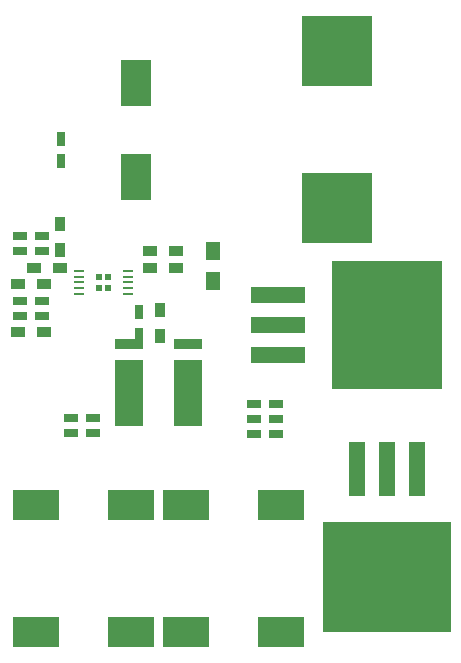
<source format=gbp>
G04 #@! TF.FileFunction,Paste,Top*
%FSLAX46Y46*%
G04 Gerber Fmt 4.6, Leading zero omitted, Abs format (unit mm)*
G04 Created by KiCad (PCBNEW 4.0.6) date Sun Feb 11 00:21:34 2018*
%MOMM*%
%LPD*%
G01*
G04 APERTURE LIST*
%ADD10C,0.100000*%
%ADD11R,6.000000X6.000000*%
%ADD12R,4.000000X2.500000*%
%ADD13R,2.440000X5.600000*%
%ADD14R,2.440000X0.890000*%
%ADD15R,2.500000X4.000000*%
%ADD16R,1.200000X0.750000*%
%ADD17R,0.750000X1.200000*%
%ADD18R,1.250000X1.500000*%
%ADD19R,1.390000X4.600000*%
%ADD20R,10.800000X9.400000*%
%ADD21R,4.600000X1.390000*%
%ADD22R,9.400000X10.800000*%
%ADD23R,1.200000X0.900000*%
%ADD24R,0.900000X1.200000*%
%ADD25R,0.890000X0.270000*%
%ADD26R,0.504000X0.564000*%
G04 APERTURE END LIST*
D10*
D11*
X80518000Y-33944000D03*
X80518000Y-47244000D03*
D12*
X55055000Y-83185000D03*
X63055000Y-83185000D03*
D13*
X62925000Y-62932000D03*
X67885000Y-62932000D03*
D14*
X62925000Y-58797000D03*
X67885000Y-58797000D03*
D15*
X63500000Y-36640000D03*
X63500000Y-44640000D03*
D12*
X75755000Y-83185000D03*
X67755000Y-83185000D03*
X55055000Y-72390000D03*
X63055000Y-72390000D03*
X75755000Y-72390000D03*
X67755000Y-72390000D03*
D16*
X55560000Y-56388000D03*
X53660000Y-56388000D03*
D17*
X63754000Y-56085000D03*
X63754000Y-57985000D03*
D16*
X55560000Y-50927000D03*
X53660000Y-50927000D03*
D18*
X69977000Y-53427000D03*
X69977000Y-50927000D03*
D16*
X55560000Y-49657000D03*
X53660000Y-49657000D03*
X55560000Y-55118000D03*
X53660000Y-55118000D03*
X57978000Y-65024000D03*
X59878000Y-65024000D03*
X75372000Y-63881000D03*
X73472000Y-63881000D03*
X57978000Y-66294000D03*
X59878000Y-66294000D03*
X75372000Y-65151000D03*
X73472000Y-65151000D03*
X75372000Y-66421000D03*
X73472000Y-66421000D03*
D17*
X57150000Y-41402000D03*
X57150000Y-43302000D03*
D19*
X84709000Y-69326000D03*
D20*
X84709000Y-78486000D03*
D19*
X82169000Y-69326000D03*
X87249000Y-69326000D03*
D21*
X75549000Y-57150000D03*
D22*
X84709000Y-57150000D03*
D21*
X75549000Y-59690000D03*
X75549000Y-54610000D03*
D23*
X64643000Y-52324000D03*
X66843000Y-52324000D03*
X66843000Y-50927000D03*
X64643000Y-50927000D03*
X54823000Y-52324000D03*
X57023000Y-52324000D03*
D24*
X65532000Y-58111000D03*
X65532000Y-55911000D03*
D23*
X55710000Y-57785000D03*
X53510000Y-57785000D03*
X55710000Y-53721000D03*
X53510000Y-53721000D03*
D24*
X57023000Y-50800000D03*
X57023000Y-48600000D03*
D25*
X58640000Y-52556000D03*
X58640000Y-53056000D03*
X58640000Y-53556000D03*
X58640000Y-54056000D03*
X58640000Y-54556000D03*
X62850000Y-54556000D03*
X62850000Y-54056000D03*
X62850000Y-53556000D03*
X62850000Y-53056000D03*
X62850000Y-52556000D03*
D26*
X61165000Y-54026000D03*
X61165000Y-53086000D03*
X60325000Y-54026000D03*
X60325000Y-53086000D03*
M02*

</source>
